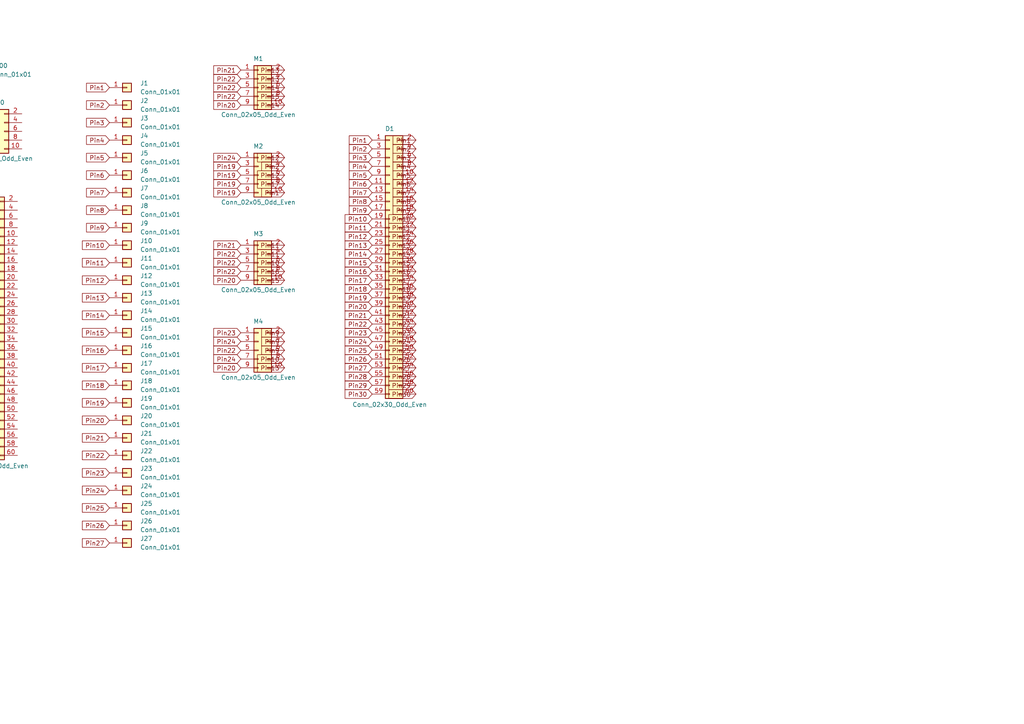
<source format=kicad_sch>
(kicad_sch (version 20231120) (generator "eeschema") (generator_version "8.0")
  (paper "A4")
  (lib_symbols
    (symbol "Connector_Generic:Conn_01x01" (pin_names (offset 1.016) hide)
      (property "Reference" "J" (at 0 2.54 0))
      (property "Value" "Conn_01x01" (at 0 -2.54 0))
      (symbol "Conn_01x01_1_1"
        (rectangle (start -1.27 0.127) (end 0 -0.127) (stroke (width 0.1524)))
        (rectangle (start -1.27 1.27) (end 1.27 -1.27) (stroke (width 0.254)) (fill (type background)))
        (pin passive line (at -5.08 0 0) (length 3.81) (name "Pin_1") (number "1"))
      )
    )
    (symbol "Connector_Generic:Conn_02x05_Odd_Even" (pin_names (offset 1.016) hide)
      (property "Reference" "J" (at 1.27 7.62 0))
      (property "Value" "Conn_02x05_Odd_Even" (at 1.27 -7.62 0))
      (symbol "Conn_02x05_Odd_Even_1_1"
        (rectangle (start -1.27 -4.953) (end 0 -5.207) (stroke (width 0.1524)))
        (rectangle (start -1.27 -2.413) (end 0 -2.667) (stroke (width 0.1524)))
        (rectangle (start -1.27 0.127) (end 0 -0.127) (stroke (width 0.1524)))
        (rectangle (start -1.27 2.667) (end 0 2.413) (stroke (width 0.1524)))
        (rectangle (start -1.27 5.207) (end 0 4.953) (stroke (width 0.1524)))
        (rectangle (start -1.27 6.35) (end 3.81 -6.35) (stroke (width 0.254)) (fill (type background)))
        (rectangle (start 3.81 -4.953) (end 2.54 -5.207) (stroke (width 0.1524)))
        (rectangle (start 3.81 -2.413) (end 2.54 -2.667) (stroke (width 0.1524)))
        (rectangle (start 3.81 0.127) (end 2.54 -0.127) (stroke (width 0.1524)))
        (rectangle (start 3.81 2.667) (end 2.54 2.413) (stroke (width 0.1524)))
        (rectangle (start 3.81 5.207) (end 2.54 4.953) (stroke (width 0.1524)))
        (pin passive line (at -5.08 5.08 0) (length 3.81) (name "Pin_1") (number "1"))
        (pin passive line (at 7.62 -5.08 180) (length 3.81) (name "Pin_10") (number "10"))
        (pin passive line (at 7.62 5.08 180) (length 3.81) (name "Pin_2") (number "2"))
        (pin passive line (at -5.08 2.54 0) (length 3.81) (name "Pin_3") (number "3"))
        (pin passive line (at 7.62 2.54 180) (length 3.81) (name "Pin_4") (number "4"))
        (pin passive line (at -5.08 0 0) (length 3.81) (name "Pin_5") (number "5"))
        (pin passive line (at 7.62 0 180) (length 3.81) (name "Pin_6") (number "6"))
        (pin passive line (at -5.08 -2.54 0) (length 3.81) (name "Pin_7") (number "7"))
        (pin passive line (at 7.62 -2.54 180) (length 3.81) (name "Pin_8") (number "8"))
        (pin passive line (at -5.08 -5.08 0) (length 3.81) (name "Pin_9") (number "9"))
      )
    )
    (symbol "Connector_Generic:Conn_02x30_Odd_Even" (pin_names (offset 1.016) hide)
      (property "Reference" "J" (at 1.27 38.1 0))
      (property "Value" "Conn_02x30_Odd_Even" (at 1.27 -40.64 0))
      (symbol "Conn_02x30_Odd_Even_1_1"
        (rectangle (start -1.27 -37.973) (end 0 -38.227) (stroke (width 0.1524)))
        (rectangle (start -1.27 -35.433) (end 0 -35.687) (stroke (width 0.1524)))
        (rectangle (start -1.27 -32.893) (end 0 -33.147) (stroke (width 0.1524)))
        (rectangle (start -1.27 -30.353) (end 0 -30.607) (stroke (width 0.1524)))
        (rectangle (start -1.27 -27.813) (end 0 -28.067) (stroke (width 0.1524)))
        (rectangle (start -1.27 -25.273) (end 0 -25.527) (stroke (width 0.1524)))
        (rectangle (start -1.27 -22.733) (end 0 -22.987) (stroke (width 0.1524)))
        (rectangle (start -1.27 -20.193) (end 0 -20.447) (stroke (width 0.1524)))
        (rectangle (start -1.27 -17.653) (end 0 -17.907) (stroke (width 0.1524)))
        (rectangle (start -1.27 -15.113) (end 0 -15.367) (stroke (width 0.1524)))
        (rectangle (start -1.27 -12.573) (end 0 -12.827) (stroke (width 0.1524)))
        (rectangle (start -1.27 -10.033) (end 0 -10.287) (stroke (width 0.1524)))
        (rectangle (start -1.27 -7.493) (end 0 -7.747) (stroke (width 0.1524)))
        (rectangle (start -1.27 -4.953) (end 0 -5.207) (stroke (width 0.1524)))
        (rectangle (start -1.27 -2.413) (end 0 -2.667) (stroke (width 0.1524)))
        (rectangle (start -1.27 0.127) (end 0 -0.127) (stroke (width 0.1524)))
        (rectangle (start -1.27 2.667) (end 0 2.413) (stroke (width 0.1524)))
        (rectangle (start -1.27 5.207) (end 0 4.953) (stroke (width 0.1524)))
        (rectangle (start -1.27 7.747) (end 0 7.493) (stroke (width 0.1524)))
        (rectangle (start -1.27 10.287) (end 0 10.033) (stroke (width 0.1524)))
        (rectangle (start -1.27 12.827) (end 0 12.573) (stroke (width 0.1524)))
        (rectangle (start -1.27 15.367) (end 0 15.113) (stroke (width 0.1524)))
        (rectangle (start -1.27 17.907) (end 0 17.653) (stroke (width 0.1524)))
        (rectangle (start -1.27 20.447) (end 0 20.193) (stroke (width 0.1524)))
        (rectangle (start -1.27 22.987) (end 0 22.733) (stroke (width 0.1524)))
        (rectangle (start -1.27 25.527) (end 0 25.273) (stroke (width 0.1524)))
        (rectangle (start -1.27 28.067) (end 0 27.813) (stroke (width 0.1524)))
        (rectangle (start -1.27 30.607) (end 0 30.353) (stroke (width 0.1524)))
        (rectangle (start -1.27 33.147) (end 0 32.893) (stroke (width 0.1524)))
        (rectangle (start -1.27 35.687) (end 0 35.433) (stroke (width 0.1524)))
        (rectangle (start -1.27 36.83) (end 3.81 -39.37) (stroke (width 0.254)) (fill (type background)))
        (rectangle (start 3.81 -37.973) (end 2.54 -38.227) (stroke (width 0.1524)))
        (rectangle (start 3.81 -35.433) (end 2.54 -35.687) (stroke (width 0.1524)))
        (rectangle (start 3.81 -32.893) (end 2.54 -33.147) (stroke (width 0.1524)))
        (rectangle (start 3.81 -30.353) (end 2.54 -30.607) (stroke (width 0.1524)))
        (rectangle (start 3.81 -27.813) (end 2.54 -28.067) (stroke (width 0.1524)))
        (rectangle (start 3.81 -25.273) (end 2.54 -25.527) (stroke (width 0.1524)))
        (rectangle (start 3.81 -22.733) (end 2.54 -22.987) (stroke (width 0.1524)))
        (rectangle (start 3.81 -20.193) (end 2.54 -20.447) (stroke (width 0.1524)))
        (rectangle (start 3.81 -17.653) (end 2.54 -17.907) (stroke (width 0.1524)))
        (rectangle (start 3.81 -15.113) (end 2.54 -15.367) (stroke (width 0.1524)))
        (rectangle (start 3.81 -12.573) (end 2.54 -12.827) (stroke (width 0.1524)))
        (rectangle (start 3.81 -10.033) (end 2.54 -10.287) (stroke (width 0.1524)))
        (rectangle (start 3.81 -7.493) (end 2.54 -7.747) (stroke (width 0.1524)))
        (rectangle (start 3.81 -4.953) (end 2.54 -5.207) (stroke (width 0.1524)))
        (rectangle (start 3.81 -2.413) (end 2.54 -2.667) (stroke (width 0.1524)))
        (rectangle (start 3.81 0.127) (end 2.54 -0.127) (stroke (width 0.1524)))
        (rectangle (start 3.81 2.667) (end 2.54 2.413) (stroke (width 0.1524)))
        (rectangle (start 3.81 5.207) (end 2.54 4.953) (stroke (width 0.1524)))
        (rectangle (start 3.81 7.747) (end 2.54 7.493) (stroke (width 0.1524)))
        (rectangle (start 3.81 10.287) (end 2.54 10.033) (stroke (width 0.1524)))
        (rectangle (start 3.81 12.827) (end 2.54 12.573) (stroke (width 0.1524)))
        (rectangle (start 3.81 15.367) (end 2.54 15.113) (stroke (width 0.1524)))
        (rectangle (start 3.81 17.907) (end 2.54 17.653) (stroke (width 0.1524)))
        (rectangle (start 3.81 20.447) (end 2.54 20.193) (stroke (width 0.1524)))
        (rectangle (start 3.81 22.987) (end 2.54 22.733) (stroke (width 0.1524)))
        (rectangle (start 3.81 25.527) (end 2.54 25.273) (stroke (width 0.1524)))
        (rectangle (start 3.81 28.067) (end 2.54 27.813) (stroke (width 0.1524)))
        (rectangle (start 3.81 30.607) (end 2.54 30.353) (stroke (width 0.1524)))
        (rectangle (start 3.81 33.147) (end 2.54 32.893) (stroke (width 0.1524)))
        (rectangle (start 3.81 35.687) (end 2.54 35.433) (stroke (width 0.1524)))
        (pin passive line (at -5.08 35.56 0) (length 3.81) (name "Pin_1") (number "1"))
        (pin passive line (at 7.62 25.4 180) (length 3.81) (name "Pin_10") (number "10"))
        (pin passive line (at -5.08 22.86 0) (length 3.81) (name "Pin_11") (number "11"))
        (pin passive line (at 7.62 22.86 180) (length 3.81) (name "Pin_12") (number "12"))
        (pin passive line (at -5.08 20.32 0) (length 3.81) (name "Pin_13") (number "13"))
        (pin passive line (at 7.62 20.32 180) (length 3.81) (name "Pin_14") (number "14"))
        (pin passive line (at -5.08 17.78 0) (length 3.81) (name "Pin_15") (number "15"))
        (pin passive line (at 7.62 17.78 180) (length 3.81) (name "Pin_16") (number "16"))
        (pin passive line (at -5.08 15.24 0) (length 3.81) (name "Pin_17") (number "17"))
        (pin passive line (at 7.62 15.24 180) (length 3.81) (name "Pin_18") (number "18"))
        (pin passive line (at -5.08 12.7 0) (length 3.81) (name "Pin_19") (number "19"))
        (pin passive line (at 7.62 35.56 180) (length 3.81) (name "Pin_2") (number "2"))
        (pin passive line (at 7.62 12.7 180) (length 3.81) (name "Pin_20") (number "20"))
        (pin passive line (at -5.08 10.16 0) (length 3.81) (name "Pin_21") (number "21"))
        (pin passive line (at 7.62 10.16 180) (length 3.81) (name "Pin_22") (number "22"))
        (pin passive line (at -5.08 7.62 0) (length 3.81) (name "Pin_23") (number "23"))
        (pin passive line (at 7.62 7.62 180) (length 3.81) (name "Pin_24") (number "24"))
        (pin passive line (at -5.08 5.08 0) (length 3.81) (name "Pin_25") (number "25"))
        (pin passive line (at 7.62 5.08 180) (length 3.81) (name "Pin_26") (number "26"))
        (pin passive line (at -5.08 2.54 0) (length 3.81) (name "Pin_27") (number "27"))
        (pin passive line (at 7.62 2.54 180) (length 3.81) (name "Pin_28") (number "28"))
        (pin passive line (at -5.08 0 0) (length 3.81) (name "Pin_29") (number "29"))
        (pin passive line (at -5.08 33.02 0) (length 3.81) (name "Pin_3") (number "3"))
        (pin passive line (at 7.62 0 180) (length 3.81) (name "Pin_30") (number "30"))
        (pin passive line (at -5.08 -2.54 0) (length 3.81) (name "Pin_31") (number "31"))
        (pin passive line (at 7.62 -2.54 180) (length 3.81) (name "Pin_32") (number "32"))
        (pin passive line (at -5.08 -5.08 0) (length 3.81) (name "Pin_33") (number "33"))
        (pin passive line (at 7.62 -5.08 180) (length 3.81) (name "Pin_34") (number "34"))
        (pin passive line (at -5.08 -7.62 0) (length 3.81) (name "Pin_35") (number "35"))
        (pin passive line (at 7.62 -7.62 180) (length 3.81) (name "Pin_36") (number "36"))
        (pin passive line (at -5.08 -10.16 0) (length 3.81) (name "Pin_37") (number "37"))
        (pin passive line (at 7.62 -10.16 180) (length 3.81) (name "Pin_38") (number "38"))
        (pin passive line (at -5.08 -12.7 0) (length 3.81) (name "Pin_39") (number "39"))
        (pin passive line (at 7.62 33.02 180) (length 3.81) (name "Pin_4") (number "4"))
        (pin passive line (at 7.62 -12.7 180) (length 3.81) (name "Pin_40") (number "40"))
        (pin passive line (at -5.08 -15.24 0) (length 3.81) (name "Pin_41") (number "41"))
        (pin passive line (at 7.62 -15.24 180) (length 3.81) (name "Pin_42") (number "42"))
        (pin passive line (at -5.08 -17.78 0) (length 3.81) (name "Pin_43") (number "43"))
        (pin passive line (at 7.62 -17.78 180) (length 3.81) (name "Pin_44") (number "44"))
        (pin passive line (at -5.08 -20.32 0) (length 3.81) (name "Pin_45") (number "45"))
        (pin passive line (at 7.62 -20.32 180) (length 3.81) (name "Pin_46") (number "46"))
        (pin passive line (at -5.08 -22.86 0) (length 3.81) (name "Pin_47") (number "47"))
        (pin passive line (at 7.62 -22.86 180) (length 3.81) (name "Pin_48") (number "48"))
        (pin passive line (at -5.08 -25.4 0) (length 3.81) (name "Pin_49") (number "49"))
        (pin passive line (at -5.08 30.48 0) (length 3.81) (name "Pin_5") (number "5"))
        (pin passive line (at 7.62 -25.4 180) (length 3.81) (name "Pin_50") (number "50"))
        (pin passive line (at -5.08 -27.94 0) (length 3.81) (name "Pin_51") (number "51"))
        (pin passive line (at 7.62 -27.94 180) (length 3.81) (name "Pin_52") (number "52"))
        (pin passive line (at -5.08 -30.48 0) (length 3.81) (name "Pin_53") (number "53"))
        (pin passive line (at 7.62 -30.48 180) (length 3.81) (name "Pin_54") (number "54"))
        (pin passive line (at -5.08 -33.02 0) (length 3.81) (name "Pin_55") (number "55"))
        (pin passive line (at 7.62 -33.02 180) (length 3.81) (name "Pin_56") (number "56"))
        (pin passive line (at -5.08 -35.56 0) (length 3.81) (name "Pin_57") (number "57"))
        (pin passive line (at 7.62 -35.56 180) (length 3.81) (name "Pin_58") (number "58"))
        (pin passive line (at -5.08 -38.1 0) (length 3.81) (name "Pin_59") (number "59"))
        (pin passive line (at 7.62 30.48 180) (length 3.81) (name "Pin_6") (number "6"))
        (pin passive line (at 7.62 -38.1 180) (length 3.81) (name "Pin_60") (number "60"))
        (pin passive line (at -5.08 27.94 0) (length 3.81) (name "Pin_7") (number "7"))
        (pin passive line (at 7.62 27.94 180) (length 3.81) (name "Pin_8") (number "8"))
        (pin passive line (at -5.08 25.4 0) (length 3.81) (name "Pin_9") (number "9"))
      )
    )
  )
  (symbol (lib_id "Connector_Generic:Conn_02x05_Odd_Even") (at -1.27 38.1 0) (unit 1)
    (property "Reference" "M100" (at -1.27 29.718 0))
    (property "Value" "Conn_02x05_Odd_Even" (at -1.27 45.974 0))
    (property "Footprint" "Connector_PinHeader_2.54mm:PinHeader_2x05_P2.54mm_Vertical" (effects (hide yes)))
    (property "Description" "Generic connector, double row, 02x05, odd/even pin numbering scheme (row 1 odd numbers, row 2 even numbers), script generated (kicad-library-utils/schlib/autogen/connector/)" (effects (hide yes)))
    (property "MPN" "Map" (effects (hide yes)))
  )
  (symbol (lib_id "Connector_Generic:Conn_01x01") (at -6.35 20.32 0) (unit 1)
    (property "Reference" "J100" (at -2.54 19.0499 0) (effects (justify left)))
    (property "Value" "Conn_01x01" (at -2.54 21.5899 0) (effects (justify left)))
    (property "Footprint" "MatchBoxLibrary:Ma" (effects (hide yes)))
    (property "Description" "Generic connector, single row, 01x01, script generated (kicad-library-utils/schlib/autogen/connector/)" (effects (hide yes)))
    (property "MPN" "Input" (effects (hide yes)))
  )
  (symbol (lib_id "Connector_Generic:Conn_02x30_Odd_Even") (at -2.54 93.98 0) (unit 1)
    (property "Reference" "D1" (at -2.54 55.118 0))
    (property "Value" "Conn_02x30_Odd_Even" (at -2.54 135.128 0))
    (property "Footprint" "Connector_PinHeader_2.54mm:PinHeader_2x30_P2.54mm_Vertical" (effects (hide yes)))
    (property "Description" "Generic connector, double row, 02x30, odd/even pin numbering scheme (row 1 odd numbers, row 2 even numbers), script generated (kicad-library-utils/schlib/autogen/connector/)" (effects (hide yes)))
    (property "MPN" "Direct" (effects (hide yes)))
  )
  (symbol (lib_id "Connector_Generic:Conn_01x01") (at 36.83 25.4 0) (unit 1)
    (property "Reference" "J1" (at 40.64 24.1299 0) (effects (justify left)))
    (property "Value" "Conn_01x01" (at 40.64 26.6699 0) (effects (justify left)))
    (property "Footprint" "MatchBoxLibrary:Ma" (effects (hide yes)))
    (property "Description" "Generic connector, single row, 01x01, script generated (kicad-library-utils/schlib/autogen/connector/)" (effects (hide yes)))
    (property "MPN" "Input" (effects (hide yes)))
  )
  (global_label "Pin1" (shape input) (at 31.75 25.4 0) (property "Intersheetrefs" "${INTERSHEET_REFS}" (effects hide)))
  (symbol (lib_id "Connector_Generic:Conn_01x01") (at 36.83 30.48 0) (unit 1)
    (property "Reference" "J2" (at 40.64 29.2099 0) (effects (justify left)))
    (property "Value" "Conn_01x01" (at 40.64 31.7499 0) (effects (justify left)))
    (property "Footprint" "MatchBoxLibrary:Ma" (effects (hide yes)))
    (property "Description" "Generic connector, single row, 01x01, script generated (kicad-library-utils/schlib/autogen/connector/)" (effects (hide yes)))
    (property "MPN" "Input" (effects (hide yes)))
  )
  (global_label "Pin2" (shape input) (at 31.75 30.48 0) (property "Intersheetrefs" "${INTERSHEET_REFS}" (effects hide)))
  (symbol (lib_id "Connector_Generic:Conn_01x01") (at 36.83 35.56 0) (unit 1)
    (property "Reference" "J3" (at 40.64 34.2899 0) (effects (justify left)))
    (property "Value" "Conn_01x01" (at 40.64 36.8299 0) (effects (justify left)))
    (property "Footprint" "MatchBoxLibrary:Ma" (effects (hide yes)))
    (property "Description" "Generic connector, single row, 01x01, script generated (kicad-library-utils/schlib/autogen/connector/)" (effects (hide yes)))
    (property "MPN" "Input" (effects (hide yes)))
  )
  (global_label "Pin3" (shape input) (at 31.75 35.56 0) (property "Intersheetrefs" "${INTERSHEET_REFS}" (effects hide)))
  (symbol (lib_id "Connector_Generic:Conn_01x01") (at 36.83 40.64 0) (unit 1)
    (property "Reference" "J4" (at 40.64 39.3699 0) (effects (justify left)))
    (property "Value" "Conn_01x01" (at 40.64 41.9099 0) (effects (justify left)))
    (property "Footprint" "MatchBoxLibrary:Ma" (effects (hide yes)))
    (property "Description" "Generic connector, single row, 01x01, script generated (kicad-library-utils/schlib/autogen/connector/)" (effects (hide yes)))
    (property "MPN" "Input" (effects (hide yes)))
  )
  (global_label "Pin4" (shape input) (at 31.75 40.64 0) (property "Intersheetrefs" "${INTERSHEET_REFS}" (effects hide)))
  (symbol (lib_id "Connector_Generic:Conn_01x01") (at 36.83 45.72 0) (unit 1)
    (property "Reference" "J5" (at 40.64 44.4499 0) (effects (justify left)))
    (property "Value" "Conn_01x01" (at 40.64 46.9899 0) (effects (justify left)))
    (property "Footprint" "MatchBoxLibrary:Ma" (effects (hide yes)))
    (property "Description" "Generic connector, single row, 01x01, script generated (kicad-library-utils/schlib/autogen/connector/)" (effects (hide yes)))
    (property "MPN" "Input" (effects (hide yes)))
  )
  (global_label "Pin5" (shape input) (at 31.75 45.72 0) (property "Intersheetrefs" "${INTERSHEET_REFS}" (effects hide)))
  (symbol (lib_id "Connector_Generic:Conn_01x01") (at 36.83 50.8 0) (unit 1)
    (property "Reference" "J6" (at 40.64 49.5299 0) (effects (justify left)))
    (property "Value" "Conn_01x01" (at 40.64 52.0699 0) (effects (justify left)))
    (property "Footprint" "MatchBoxLibrary:Ma" (effects (hide yes)))
    (property "Description" "Generic connector, single row, 01x01, script generated (kicad-library-utils/schlib/autogen/connector/)" (effects (hide yes)))
    (property "MPN" "Input" (effects (hide yes)))
  )
  (global_label "Pin6" (shape input) (at 31.75 50.8 0) (property "Intersheetrefs" "${INTERSHEET_REFS}" (effects hide)))
  (symbol (lib_id "Connector_Generic:Conn_01x01") (at 36.83 55.88 0) (unit 1)
    (property "Reference" "J7" (at 40.64 54.6099 0) (effects (justify left)))
    (property "Value" "Conn_01x01" (at 40.64 57.1499 0) (effects (justify left)))
    (property "Footprint" "MatchBoxLibrary:Ma" (effects (hide yes)))
    (property "Description" "Generic connector, single row, 01x01, script generated (kicad-library-utils/schlib/autogen/connector/)" (effects (hide yes)))
    (property "MPN" "Input" (effects (hide yes)))
  )
  (global_label "Pin7" (shape input) (at 31.75 55.88 0) (property "Intersheetrefs" "${INTERSHEET_REFS}" (effects hide)))
  (symbol (lib_id "Connector_Generic:Conn_01x01") (at 36.83 60.96 0) (unit 1)
    (property "Reference" "J8" (at 40.64 59.6899 0) (effects (justify left)))
    (property "Value" "Conn_01x01" (at 40.64 62.2299 0) (effects (justify left)))
    (property "Footprint" "MatchBoxLibrary:Ma" (effects (hide yes)))
    (property "Description" "Generic connector, single row, 01x01, script generated (kicad-library-utils/schlib/autogen/connector/)" (effects (hide yes)))
    (property "MPN" "Input" (effects (hide yes)))
  )
  (global_label "Pin8" (shape input) (at 31.75 60.96 0) (property "Intersheetrefs" "${INTERSHEET_REFS}" (effects hide)))
  (symbol (lib_id "Connector_Generic:Conn_01x01") (at 36.83 66.04 0) (unit 1)
    (property "Reference" "J9" (at 40.64 64.7699 0) (effects (justify left)))
    (property "Value" "Conn_01x01" (at 40.64 67.3099 0) (effects (justify left)))
    (property "Footprint" "MatchBoxLibrary:Ma" (effects (hide yes)))
    (property "Description" "Generic connector, single row, 01x01, script generated (kicad-library-utils/schlib/autogen/connector/)" (effects (hide yes)))
    (property "MPN" "Input" (effects (hide yes)))
  )
  (global_label "Pin9" (shape input) (at 31.75 66.04 0) (property "Intersheetrefs" "${INTERSHEET_REFS}" (effects hide)))
  (symbol (lib_id "Connector_Generic:Conn_01x01") (at 36.83 71.12 0) (unit 1)
    (property "Reference" "J10" (at 40.64 69.8499 0) (effects (justify left)))
    (property "Value" "Conn_01x01" (at 40.64 72.3899 0) (effects (justify left)))
    (property "Footprint" "MatchBoxLibrary:Ma" (effects (hide yes)))
    (property "Description" "Generic connector, single row, 01x01, script generated (kicad-library-utils/schlib/autogen/connector/)" (effects (hide yes)))
    (property "MPN" "Input" (effects (hide yes)))
  )
  (global_label "Pin10" (shape input) (at 31.75 71.12 0) (property "Intersheetrefs" "${INTERSHEET_REFS}" (effects hide)))
  (symbol (lib_id "Connector_Generic:Conn_01x01") (at 36.83 76.2 0) (unit 1)
    (property "Reference" "J11" (at 40.64 74.9299 0) (effects (justify left)))
    (property "Value" "Conn_01x01" (at 40.64 77.4699 0) (effects (justify left)))
    (property "Footprint" "MatchBoxLibrary:Ma" (effects (hide yes)))
    (property "Description" "Generic connector, single row, 01x01, script generated (kicad-library-utils/schlib/autogen/connector/)" (effects (hide yes)))
    (property "MPN" "Input" (effects (hide yes)))
  )
  (global_label "Pin11" (shape input) (at 31.75 76.2 0) (property "Intersheetrefs" "${INTERSHEET_REFS}" (effects hide)))
  (symbol (lib_id "Connector_Generic:Conn_01x01") (at 36.83 81.28 0) (unit 1)
    (property "Reference" "J12" (at 40.64 80.0099 0) (effects (justify left)))
    (property "Value" "Conn_01x01" (at 40.64 82.5499 0) (effects (justify left)))
    (property "Footprint" "MatchBoxLibrary:Ma" (effects (hide yes)))
    (property "Description" "Generic connector, single row, 01x01, script generated (kicad-library-utils/schlib/autogen/connector/)" (effects (hide yes)))
    (property "MPN" "Input" (effects (hide yes)))
  )
  (global_label "Pin12" (shape input) (at 31.75 81.28 0) (property "Intersheetrefs" "${INTERSHEET_REFS}" (effects hide)))
  (symbol (lib_id "Connector_Generic:Conn_01x01") (at 36.83 86.36 0) (unit 1)
    (property "Reference" "J13" (at 40.64 85.0899 0) (effects (justify left)))
    (property "Value" "Conn_01x01" (at 40.64 87.6299 0) (effects (justify left)))
    (property "Footprint" "MatchBoxLibrary:Ma" (effects (hide yes)))
    (property "Description" "Generic connector, single row, 01x01, script generated (kicad-library-utils/schlib/autogen/connector/)" (effects (hide yes)))
    (property "MPN" "Input" (effects (hide yes)))
  )
  (global_label "Pin13" (shape input) (at 31.75 86.36 0) (property "Intersheetrefs" "${INTERSHEET_REFS}" (effects hide)))
  (symbol (lib_id "Connector_Generic:Conn_01x01") (at 36.83 91.44 0) (unit 1)
    (property "Reference" "J14" (at 40.64 90.1699 0) (effects (justify left)))
    (property "Value" "Conn_01x01" (at 40.64 92.7099 0) (effects (justify left)))
    (property "Footprint" "MatchBoxLibrary:Ma" (effects (hide yes)))
    (property "Description" "Generic connector, single row, 01x01, script generated (kicad-library-utils/schlib/autogen/connector/)" (effects (hide yes)))
    (property "MPN" "Input" (effects (hide yes)))
  )
  (global_label "Pin14" (shape input) (at 31.75 91.44 0) (property "Intersheetrefs" "${INTERSHEET_REFS}" (effects hide)))
  (symbol (lib_id "Connector_Generic:Conn_01x01") (at 36.83 96.52 0) (unit 1)
    (property "Reference" "J15" (at 40.64 95.2499 0) (effects (justify left)))
    (property "Value" "Conn_01x01" (at 40.64 97.7899 0) (effects (justify left)))
    (property "Footprint" "MatchBoxLibrary:Ma" (effects (hide yes)))
    (property "Description" "Generic connector, single row, 01x01, script generated (kicad-library-utils/schlib/autogen/connector/)" (effects (hide yes)))
    (property "MPN" "Input" (effects (hide yes)))
  )
  (global_label "Pin15" (shape input) (at 31.75 96.52 0) (property "Intersheetrefs" "${INTERSHEET_REFS}" (effects hide)))
  (symbol (lib_id "Connector_Generic:Conn_01x01") (at 36.83 101.6 0) (unit 1)
    (property "Reference" "J16" (at 40.64 100.3299 0) (effects (justify left)))
    (property "Value" "Conn_01x01" (at 40.64 102.8699 0) (effects (justify left)))
    (property "Footprint" "MatchBoxLibrary:Ma" (effects (hide yes)))
    (property "Description" "Generic connector, single row, 01x01, script generated (kicad-library-utils/schlib/autogen/connector/)" (effects (hide yes)))
    (property "MPN" "Input" (effects (hide yes)))
  )
  (global_label "Pin16" (shape input) (at 31.75 101.6 0) (property "Intersheetrefs" "${INTERSHEET_REFS}" (effects hide)))
  (symbol (lib_id "Connector_Generic:Conn_01x01") (at 36.83 106.68 0) (unit 1)
    (property "Reference" "J17" (at 40.64 105.4099 0) (effects (justify left)))
    (property "Value" "Conn_01x01" (at 40.64 107.9499 0) (effects (justify left)))
    (property "Footprint" "MatchBoxLibrary:Ma" (effects (hide yes)))
    (property "Description" "Generic connector, single row, 01x01, script generated (kicad-library-utils/schlib/autogen/connector/)" (effects (hide yes)))
    (property "MPN" "Input" (effects (hide yes)))
  )
  (global_label "Pin17" (shape input) (at 31.75 106.68 0) (property "Intersheetrefs" "${INTERSHEET_REFS}" (effects hide)))
  (symbol (lib_id "Connector_Generic:Conn_01x01") (at 36.83 111.76 0) (unit 1)
    (property "Reference" "J18" (at 40.64 110.4899 0) (effects (justify left)))
    (property "Value" "Conn_01x01" (at 40.64 113.0299 0) (effects (justify left)))
    (property "Footprint" "MatchBoxLibrary:Ma" (effects (hide yes)))
    (property "Description" "Generic connector, single row, 01x01, script generated (kicad-library-utils/schlib/autogen/connector/)" (effects (hide yes)))
    (property "MPN" "Input" (effects (hide yes)))
  )
  (global_label "Pin18" (shape input) (at 31.75 111.76 0) (property "Intersheetrefs" "${INTERSHEET_REFS}" (effects hide)))
  (symbol (lib_id "Connector_Generic:Conn_01x01") (at 36.83 116.84 0) (unit 1)
    (property "Reference" "J19" (at 40.64 115.5699 0) (effects (justify left)))
    (property "Value" "Conn_01x01" (at 40.64 118.1099 0) (effects (justify left)))
    (property "Footprint" "MatchBoxLibrary:Ma" (effects (hide yes)))
    (property "Description" "Generic connector, single row, 01x01, script generated (kicad-library-utils/schlib/autogen/connector/)" (effects (hide yes)))
    (property "MPN" "Input" (effects (hide yes)))
  )
  (global_label "Pin19" (shape input) (at 31.75 116.84 0) (property "Intersheetrefs" "${INTERSHEET_REFS}" (effects hide)))
  (symbol (lib_id "Connector_Generic:Conn_01x01") (at 36.83 121.92 0) (unit 1)
    (property "Reference" "J20" (at 40.64 120.6499 0) (effects (justify left)))
    (property "Value" "Conn_01x01" (at 40.64 123.1899 0) (effects (justify left)))
    (property "Footprint" "MatchBoxLibrary:Ma" (effects (hide yes)))
    (property "Description" "Generic connector, single row, 01x01, script generated (kicad-library-utils/schlib/autogen/connector/)" (effects (hide yes)))
    (property "MPN" "Input" (effects (hide yes)))
  )
  (global_label "Pin20" (shape input) (at 31.75 121.92 0) (property "Intersheetrefs" "${INTERSHEET_REFS}" (effects hide)))
  (symbol (lib_id "Connector_Generic:Conn_01x01") (at 36.83 127.0 0) (unit 1)
    (property "Reference" "J21" (at 40.64 125.7299 0) (effects (justify left)))
    (property "Value" "Conn_01x01" (at 40.64 128.2699 0) (effects (justify left)))
    (property "Footprint" "MatchBoxLibrary:Ma" (effects (hide yes)))
    (property "Description" "Generic connector, single row, 01x01, script generated (kicad-library-utils/schlib/autogen/connector/)" (effects (hide yes)))
    (property "MPN" "Input" (effects (hide yes)))
  )
  (global_label "Pin21" (shape input) (at 31.75 127.0 0) (property "Intersheetrefs" "${INTERSHEET_REFS}" (effects hide)))
  (symbol (lib_id "Connector_Generic:Conn_01x01") (at 36.83 132.08 0) (unit 1)
    (property "Reference" "J22" (at 40.64 130.8099 0) (effects (justify left)))
    (property "Value" "Conn_01x01" (at 40.64 133.3499 0) (effects (justify left)))
    (property "Footprint" "MatchBoxLibrary:Ma" (effects (hide yes)))
    (property "Description" "Generic connector, single row, 01x01, script generated (kicad-library-utils/schlib/autogen/connector/)" (effects (hide yes)))
    (property "MPN" "Input" (effects (hide yes)))
  )
  (global_label "Pin22" (shape input) (at 31.75 132.08 0) (property "Intersheetrefs" "${INTERSHEET_REFS}" (effects hide)))
  (symbol (lib_id "Connector_Generic:Conn_01x01") (at 36.83 137.16 0) (unit 1)
    (property "Reference" "J23" (at 40.64 135.8899 0) (effects (justify left)))
    (property "Value" "Conn_01x01" (at 40.64 138.4299 0) (effects (justify left)))
    (property "Footprint" "MatchBoxLibrary:Ma" (effects (hide yes)))
    (property "Description" "Generic connector, single row, 01x01, script generated (kicad-library-utils/schlib/autogen/connector/)" (effects (hide yes)))
    (property "MPN" "Input" (effects (hide yes)))
  )
  (global_label "Pin23" (shape input) (at 31.75 137.16 0) (property "Intersheetrefs" "${INTERSHEET_REFS}" (effects hide)))
  (symbol (lib_id "Connector_Generic:Conn_01x01") (at 36.83 142.24 0) (unit 1)
    (property "Reference" "J24" (at 40.64 140.9699 0) (effects (justify left)))
    (property "Value" "Conn_01x01" (at 40.64 143.5099 0) (effects (justify left)))
    (property "Footprint" "MatchBoxLibrary:Ma" (effects (hide yes)))
    (property "Description" "Generic connector, single row, 01x01, script generated (kicad-library-utils/schlib/autogen/connector/)" (effects (hide yes)))
    (property "MPN" "Input" (effects (hide yes)))
  )
  (global_label "Pin24" (shape input) (at 31.75 142.24 0) (property "Intersheetrefs" "${INTERSHEET_REFS}" (effects hide)))
  (symbol (lib_id "Connector_Generic:Conn_01x01") (at 36.83 147.32 0) (unit 1)
    (property "Reference" "J25" (at 40.64 146.0499 0) (effects (justify left)))
    (property "Value" "Conn_01x01" (at 40.64 148.5899 0) (effects (justify left)))
    (property "Footprint" "MatchBoxLibrary:Ma" (effects (hide yes)))
    (property "Description" "Generic connector, single row, 01x01, script generated (kicad-library-utils/schlib/autogen/connector/)" (effects (hide yes)))
    (property "MPN" "Input" (effects (hide yes)))
  )
  (global_label "Pin25" (shape input) (at 31.75 147.32 0) (property "Intersheetrefs" "${INTERSHEET_REFS}" (effects hide)))
  (symbol (lib_id "Connector_Generic:Conn_01x01") (at 36.83 152.4 0) (unit 1)
    (property "Reference" "J26" (at 40.64 151.1299 0) (effects (justify left)))
    (property "Value" "Conn_01x01" (at 40.64 153.6699 0) (effects (justify left)))
    (property "Footprint" "MatchBoxLibrary:Ma" (effects (hide yes)))
    (property "Description" "Generic connector, single row, 01x01, script generated (kicad-library-utils/schlib/autogen/connector/)" (effects (hide yes)))
    (property "MPN" "Input" (effects (hide yes)))
  )
  (global_label "Pin26" (shape input) (at 31.75 152.4 0) (property "Intersheetrefs" "${INTERSHEET_REFS}" (effects hide)))
  (symbol (lib_id "Connector_Generic:Conn_01x01") (at 36.83 157.48 0) (unit 1)
    (property "Reference" "J27" (at 40.64 156.2099 0) (effects (justify left)))
    (property "Value" "Conn_01x01" (at 40.64 158.7499 0) (effects (justify left)))
    (property "Footprint" "MatchBoxLibrary:Ma" (effects (hide yes)))
    (property "Description" "Generic connector, single row, 01x01, script generated (kicad-library-utils/schlib/autogen/connector/)" (effects (hide yes)))
    (property "MPN" "Input" (effects (hide yes)))
  )
  (global_label "Pin27" (shape input) (at 31.75 157.48 0) (property "Intersheetrefs" "${INTERSHEET_REFS}" (effects hide)))
  (symbol (lib_id "Connector_Generic:Conn_02x05_Odd_Even") (at 74.93 25.4 0) (unit 1)
    (property "Reference" "M1" (at 74.93 17.018 0))
    (property "Value" "Conn_02x05_Odd_Even" (at 74.93 33.274 0))
    (property "Footprint" "Connector_PinHeader_2.54mm:PinHeader_2x05_P2.54mm_Vertical" (effects (hide yes)))
    (property "Description" "Generic connector, double row, 02x05, odd/even pin numbering scheme (row 1 odd numbers, row 2 even numbers), script generated (kicad-library-utils/schlib/autogen/connector/)" (effects (hide yes)))
    (property "MPN" "Map" (effects (hide yes)))
  )
  (global_label "Pin21" (shape input) (at 69.85 20.32 0) (property "Intersheetrefs" "${INTERSHEET_REFS}" (effects hide)))
  (global_label "Pin13" (shape input) (at 82.55 20.32 180) (property "Intersheetrefs" "${INTERSHEET_REFS}" (effects hide)))
  (global_label "Pin22" (shape input) (at 69.85 22.86 0) (property "Intersheetrefs" "${INTERSHEET_REFS}" (effects hide)))
  (global_label "Pin13" (shape input) (at 82.55 22.86 180) (property "Intersheetrefs" "${INTERSHEET_REFS}" (effects hide)))
  (global_label "Pin22" (shape input) (at 69.85 25.4 0) (property "Intersheetrefs" "${INTERSHEET_REFS}" (effects hide)))
  (global_label "Pin14" (shape input) (at 82.55 25.4 180) (property "Intersheetrefs" "${INTERSHEET_REFS}" (effects hide)))
  (global_label "Pin22" (shape input) (at 69.85 27.94 0) (property "Intersheetrefs" "${INTERSHEET_REFS}" (effects hide)))
  (global_label "Pin15" (shape input) (at 82.55 27.94 180) (property "Intersheetrefs" "${INTERSHEET_REFS}" (effects hide)))
  (global_label "Pin20" (shape input) (at 69.85 30.48 0) (property "Intersheetrefs" "${INTERSHEET_REFS}" (effects hide)))
  (global_label "Pin14" (shape input) (at 82.55 30.48 180) (property "Intersheetrefs" "${INTERSHEET_REFS}" (effects hide)))
  (symbol (lib_id "Connector_Generic:Conn_02x05_Odd_Even") (at 74.93 50.8 0) (unit 1)
    (property "Reference" "M2" (at 74.93 42.418 0))
    (property "Value" "Conn_02x05_Odd_Even" (at 74.93 58.674 0))
    (property "Footprint" "Connector_PinHeader_2.54mm:PinHeader_2x05_P2.54mm_Vertical" (effects (hide yes)))
    (property "Description" "Generic connector, double row, 02x05, odd/even pin numbering scheme (row 1 odd numbers, row 2 even numbers), script generated (kicad-library-utils/schlib/autogen/connector/)" (effects (hide yes)))
    (property "MPN" "Map" (effects (hide yes)))
  )
  (global_label "Pin24" (shape input) (at 69.85 45.72 0) (property "Intersheetrefs" "${INTERSHEET_REFS}" (effects hide)))
  (global_label "Pin12" (shape input) (at 82.55 45.72 180) (property "Intersheetrefs" "${INTERSHEET_REFS}" (effects hide)))
  (global_label "Pin19" (shape input) (at 69.85 48.26 0) (property "Intersheetrefs" "${INTERSHEET_REFS}" (effects hide)))
  (global_label "Pin2" (shape input) (at 82.55 48.26 180) (property "Intersheetrefs" "${INTERSHEET_REFS}" (effects hide)))
  (global_label "Pin19" (shape input) (at 69.85 50.8 0) (property "Intersheetrefs" "${INTERSHEET_REFS}" (effects hide)))
  (global_label "Pin12" (shape input) (at 82.55 50.8 180) (property "Intersheetrefs" "${INTERSHEET_REFS}" (effects hide)))
  (global_label "Pin19" (shape input) (at 69.85 53.34 0) (property "Intersheetrefs" "${INTERSHEET_REFS}" (effects hide)))
  (global_label "Pin17" (shape input) (at 82.55 53.34 180) (property "Intersheetrefs" "${INTERSHEET_REFS}" (effects hide)))
  (global_label "Pin19" (shape input) (at 69.85 55.88 0) (property "Intersheetrefs" "${INTERSHEET_REFS}" (effects hide)))
  (global_label "Pin1" (shape input) (at 82.55 55.88 180) (property "Intersheetrefs" "${INTERSHEET_REFS}" (effects hide)))
  (symbol (lib_id "Connector_Generic:Conn_02x05_Odd_Even") (at 74.93 76.2 0) (unit 1)
    (property "Reference" "M3" (at 74.93 67.818 0))
    (property "Value" "Conn_02x05_Odd_Even" (at 74.93 84.074 0))
    (property "Footprint" "Connector_PinHeader_2.54mm:PinHeader_2x05_P2.54mm_Vertical" (effects (hide yes)))
    (property "Description" "Generic connector, double row, 02x05, odd/even pin numbering scheme (row 1 odd numbers, row 2 even numbers), script generated (kicad-library-utils/schlib/autogen/connector/)" (effects (hide yes)))
    (property "MPN" "Map" (effects (hide yes)))
  )
  (global_label "Pin21" (shape input) (at 69.85 71.12 0) (property "Intersheetrefs" "${INTERSHEET_REFS}" (effects hide)))
  (global_label "Pin11" (shape input) (at 82.55 71.12 180) (property "Intersheetrefs" "${INTERSHEET_REFS}" (effects hide)))
  (global_label "Pin22" (shape input) (at 69.85 73.66 0) (property "Intersheetrefs" "${INTERSHEET_REFS}" (effects hide)))
  (global_label "Pin11" (shape input) (at 82.55 73.66 180) (property "Intersheetrefs" "${INTERSHEET_REFS}" (effects hide)))
  (global_label "Pin22" (shape input) (at 69.85 76.2 0) (property "Intersheetrefs" "${INTERSHEET_REFS}" (effects hide)))
  (global_label "Pin10" (shape input) (at 82.55 76.2 180) (property "Intersheetrefs" "${INTERSHEET_REFS}" (effects hide)))
  (global_label "Pin22" (shape input) (at 69.85 78.74 0) (property "Intersheetrefs" "${INTERSHEET_REFS}" (effects hide)))
  (global_label "Pin16" (shape input) (at 82.55 78.74 180) (property "Intersheetrefs" "${INTERSHEET_REFS}" (effects hide)))
  (global_label "Pin20" (shape input) (at 69.85 81.28 0) (property "Intersheetrefs" "${INTERSHEET_REFS}" (effects hide)))
  (global_label "Pin15" (shape input) (at 82.55 81.28 180) (property "Intersheetrefs" "${INTERSHEET_REFS}" (effects hide)))
  (symbol (lib_id "Connector_Generic:Conn_02x05_Odd_Even") (at 74.93 101.6 0) (unit 1)
    (property "Reference" "M4" (at 74.93 93.218 0))
    (property "Value" "Conn_02x05_Odd_Even" (at 74.93 109.474 0))
    (property "Footprint" "Connector_PinHeader_2.54mm:PinHeader_2x05_P2.54mm_Vertical" (effects (hide yes)))
    (property "Description" "Generic connector, double row, 02x05, odd/even pin numbering scheme (row 1 odd numbers, row 2 even numbers), script generated (kicad-library-utils/schlib/autogen/connector/)" (effects (hide yes)))
    (property "MPN" "Map" (effects (hide yes)))
  )
  (global_label "Pin23" (shape input) (at 69.85 96.52 0) (property "Intersheetrefs" "${INTERSHEET_REFS}" (effects hide)))
  (global_label "Pin9" (shape input) (at 82.55 96.52 180) (property "Intersheetrefs" "${INTERSHEET_REFS}" (effects hide)))
  (global_label "Pin24" (shape input) (at 69.85 99.06 0) (property "Intersheetrefs" "${INTERSHEET_REFS}" (effects hide)))
  (global_label "Pin9" (shape input) (at 82.55 99.06 180) (property "Intersheetrefs" "${INTERSHEET_REFS}" (effects hide)))
  (global_label "Pin22" (shape input) (at 69.85 101.6 0) (property "Intersheetrefs" "${INTERSHEET_REFS}" (effects hide)))
  (global_label "Pin9" (shape input) (at 82.55 101.6 180) (property "Intersheetrefs" "${INTERSHEET_REFS}" (effects hide)))
  (global_label "Pin24" (shape input) (at 69.85 104.14 0) (property "Intersheetrefs" "${INTERSHEET_REFS}" (effects hide)))
  (global_label "Pin10" (shape input) (at 82.55 104.14 180) (property "Intersheetrefs" "${INTERSHEET_REFS}" (effects hide)))
  (global_label "Pin20" (shape input) (at 69.85 106.68 0) (property "Intersheetrefs" "${INTERSHEET_REFS}" (effects hide)))
  (global_label "Pin13" (shape input) (at 82.55 106.68 180) (property "Intersheetrefs" "${INTERSHEET_REFS}" (effects hide)))
  (symbol (lib_id "Connector_Generic:Conn_02x30_Odd_Even") (at 113.03 76.2 0) (unit 1)
    (property "Reference" "D1" (at 113.03 37.338 0))
    (property "Value" "Conn_02x30_Odd_Even" (at 113.03 117.348 0))
    (property "Footprint" "Connector_PinHeader_2.54mm:PinHeader_2x30_P2.54mm_Vertical" (effects (hide yes)))
    (property "Description" "Generic connector, double row, 02x30, odd/even pin numbering scheme (row 1 odd numbers, row 2 even numbers), script generated (kicad-library-utils/schlib/autogen/connector/)" (effects (hide yes)))
    (property "MPN" "Direct" (effects (hide yes)))
  )
  (global_label "Pin1" (shape input) (at 107.95 40.64 0) (property "Intersheetrefs" "${INTERSHEET_REFS}" (effects hide)))
  (global_label "Pin1" (shape input) (at 120.65 40.64 180) (property "Intersheetrefs" "${INTERSHEET_REFS}" (effects hide)))
  (global_label "Pin2" (shape input) (at 107.95 43.18 0) (property "Intersheetrefs" "${INTERSHEET_REFS}" (effects hide)))
  (global_label "Pin2" (shape input) (at 120.65 43.18 180) (property "Intersheetrefs" "${INTERSHEET_REFS}" (effects hide)))
  (global_label "Pin3" (shape input) (at 107.95 45.72 0) (property "Intersheetrefs" "${INTERSHEET_REFS}" (effects hide)))
  (global_label "Pin3" (shape input) (at 120.65 45.72 180) (property "Intersheetrefs" "${INTERSHEET_REFS}" (effects hide)))
  (global_label "Pin4" (shape input) (at 107.95 48.26 0) (property "Intersheetrefs" "${INTERSHEET_REFS}" (effects hide)))
  (global_label "Pin4" (shape input) (at 120.65 48.26 180) (property "Intersheetrefs" "${INTERSHEET_REFS}" (effects hide)))
  (global_label "Pin5" (shape input) (at 107.95 50.8 0) (property "Intersheetrefs" "${INTERSHEET_REFS}" (effects hide)))
  (global_label "Pin5" (shape input) (at 120.65 50.8 180) (property "Intersheetrefs" "${INTERSHEET_REFS}" (effects hide)))
  (global_label "Pin6" (shape input) (at 107.95 53.34 0) (property "Intersheetrefs" "${INTERSHEET_REFS}" (effects hide)))
  (global_label "Pin6" (shape input) (at 120.65 53.34 180) (property "Intersheetrefs" "${INTERSHEET_REFS}" (effects hide)))
  (global_label "Pin7" (shape input) (at 107.95 55.88 0) (property "Intersheetrefs" "${INTERSHEET_REFS}" (effects hide)))
  (global_label "Pin7" (shape input) (at 120.65 55.88 180) (property "Intersheetrefs" "${INTERSHEET_REFS}" (effects hide)))
  (global_label "Pin8" (shape input) (at 107.95 58.42 0) (property "Intersheetrefs" "${INTERSHEET_REFS}" (effects hide)))
  (global_label "Pin8" (shape input) (at 120.65 58.42 180) (property "Intersheetrefs" "${INTERSHEET_REFS}" (effects hide)))
  (global_label "Pin9" (shape input) (at 107.95 60.96 0) (property "Intersheetrefs" "${INTERSHEET_REFS}" (effects hide)))
  (global_label "Pin9" (shape input) (at 120.65 60.96 180) (property "Intersheetrefs" "${INTERSHEET_REFS}" (effects hide)))
  (global_label "Pin10" (shape input) (at 107.95 63.5 0) (property "Intersheetrefs" "${INTERSHEET_REFS}" (effects hide)))
  (global_label "Pin10" (shape input) (at 120.65 63.5 180) (property "Intersheetrefs" "${INTERSHEET_REFS}" (effects hide)))
  (global_label "Pin11" (shape input) (at 107.95 66.04 0) (property "Intersheetrefs" "${INTERSHEET_REFS}" (effects hide)))
  (global_label "Pin11" (shape input) (at 120.65 66.04 180) (property "Intersheetrefs" "${INTERSHEET_REFS}" (effects hide)))
  (global_label "Pin12" (shape input) (at 107.95 68.58 0) (property "Intersheetrefs" "${INTERSHEET_REFS}" (effects hide)))
  (global_label "Pin12" (shape input) (at 120.65 68.58 180) (property "Intersheetrefs" "${INTERSHEET_REFS}" (effects hide)))
  (global_label "Pin13" (shape input) (at 107.95 71.12 0) (property "Intersheetrefs" "${INTERSHEET_REFS}" (effects hide)))
  (global_label "Pin13" (shape input) (at 120.65 71.12 180) (property "Intersheetrefs" "${INTERSHEET_REFS}" (effects hide)))
  (global_label "Pin14" (shape input) (at 107.95 73.66 0) (property "Intersheetrefs" "${INTERSHEET_REFS}" (effects hide)))
  (global_label "Pin14" (shape input) (at 120.65 73.66 180) (property "Intersheetrefs" "${INTERSHEET_REFS}" (effects hide)))
  (global_label "Pin15" (shape input) (at 107.95 76.2 0) (property "Intersheetrefs" "${INTERSHEET_REFS}" (effects hide)))
  (global_label "Pin15" (shape input) (at 120.65 76.2 180) (property "Intersheetrefs" "${INTERSHEET_REFS}" (effects hide)))
  (global_label "Pin16" (shape input) (at 107.95 78.74 0) (property "Intersheetrefs" "${INTERSHEET_REFS}" (effects hide)))
  (global_label "Pin16" (shape input) (at 120.65 78.74 180) (property "Intersheetrefs" "${INTERSHEET_REFS}" (effects hide)))
  (global_label "Pin17" (shape input) (at 107.95 81.28 0) (property "Intersheetrefs" "${INTERSHEET_REFS}" (effects hide)))
  (global_label "Pin17" (shape input) (at 120.65 81.28 180) (property "Intersheetrefs" "${INTERSHEET_REFS}" (effects hide)))
  (global_label "Pin18" (shape input) (at 107.95 83.82 0) (property "Intersheetrefs" "${INTERSHEET_REFS}" (effects hide)))
  (global_label "Pin18" (shape input) (at 120.65 83.82 180) (property "Intersheetrefs" "${INTERSHEET_REFS}" (effects hide)))
  (global_label "Pin19" (shape input) (at 107.95 86.36 0) (property "Intersheetrefs" "${INTERSHEET_REFS}" (effects hide)))
  (global_label "Pin19" (shape input) (at 120.65 86.36 180) (property "Intersheetrefs" "${INTERSHEET_REFS}" (effects hide)))
  (global_label "Pin20" (shape input) (at 107.95 88.9 0) (property "Intersheetrefs" "${INTERSHEET_REFS}" (effects hide)))
  (global_label "Pin20" (shape input) (at 120.65 88.9 180) (property "Intersheetrefs" "${INTERSHEET_REFS}" (effects hide)))
  (global_label "Pin21" (shape input) (at 107.95 91.44 0) (property "Intersheetrefs" "${INTERSHEET_REFS}" (effects hide)))
  (global_label "Pin21" (shape input) (at 120.65 91.44 180) (property "Intersheetrefs" "${INTERSHEET_REFS}" (effects hide)))
  (global_label "Pin22" (shape input) (at 107.95 93.98 0) (property "Intersheetrefs" "${INTERSHEET_REFS}" (effects hide)))
  (global_label "Pin22" (shape input) (at 120.65 93.98 180) (property "Intersheetrefs" "${INTERSHEET_REFS}" (effects hide)))
  (global_label "Pin23" (shape input) (at 107.95 96.52 0) (property "Intersheetrefs" "${INTERSHEET_REFS}" (effects hide)))
  (global_label "Pin23" (shape input) (at 120.65 96.52 180) (property "Intersheetrefs" "${INTERSHEET_REFS}" (effects hide)))
  (global_label "Pin24" (shape input) (at 107.95 99.06 0) (property "Intersheetrefs" "${INTERSHEET_REFS}" (effects hide)))
  (global_label "Pin24" (shape input) (at 120.65 99.06 180) (property "Intersheetrefs" "${INTERSHEET_REFS}" (effects hide)))
  (global_label "Pin25" (shape input) (at 107.95 101.6 0) (property "Intersheetrefs" "${INTERSHEET_REFS}" (effects hide)))
  (global_label "Pin25" (shape input) (at 120.65 101.6 180) (property "Intersheetrefs" "${INTERSHEET_REFS}" (effects hide)))
  (global_label "Pin26" (shape input) (at 107.95 104.14 0) (property "Intersheetrefs" "${INTERSHEET_REFS}" (effects hide)))
  (global_label "Pin26" (shape input) (at 120.65 104.14 180) (property "Intersheetrefs" "${INTERSHEET_REFS}" (effects hide)))
  (global_label "Pin27" (shape input) (at 107.95 106.68 0) (property "Intersheetrefs" "${INTERSHEET_REFS}" (effects hide)))
  (global_label "Pin27" (shape input) (at 120.65 106.68 180) (property "Intersheetrefs" "${INTERSHEET_REFS}" (effects hide)))
  (global_label "Pin28" (shape input) (at 107.95 109.22 0) (property "Intersheetrefs" "${INTERSHEET_REFS}" (effects hide)))
  (global_label "Pin28" (shape input) (at 120.65 109.22 180) (property "Intersheetrefs" "${INTERSHEET_REFS}" (effects hide)))
  (global_label "Pin29" (shape input) (at 107.95 111.76 0) (property "Intersheetrefs" "${INTERSHEET_REFS}" (effects hide)))
  (global_label "Pin29" (shape input) (at 120.65 111.76 180) (property "Intersheetrefs" "${INTERSHEET_REFS}" (effects hide)))
  (global_label "Pin30" (shape input) (at 107.95 114.3 0) (property "Intersheetrefs" "${INTERSHEET_REFS}" (effects hide)))
  (global_label "Pin30" (shape input) (at 120.65 114.3 180) (property "Intersheetrefs" "${INTERSHEET_REFS}" (effects hide)))
)
</source>
